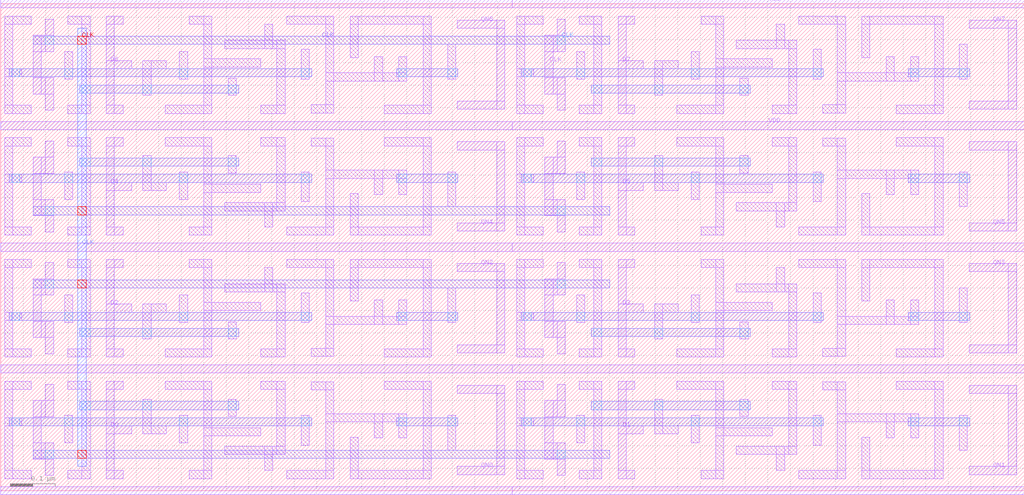
<source format=lef>
VERSION 5.8 ;
BUSBITCHARS "[]" ;
DIVIDERCHAR "/" ;
SITE asap7sc7p5t_R4
  CLASS CORE ;
  SIZE 0.054 BY 1.08 ;
  SYMMETRY Y ;
END asap7sc7p5t_R4

MACRO DFFHQNV4H2Xx2_ASAP7_75t_R
  CLASS CORE ;
  ORIGIN 0.0 0.0 ;
  FOREIGN DFFHQNV4H2Xx2_ASAP7_75t_R 0.0 0.0 ;
  SIZE 2.268 BY 1.08 ;
  SYMMETRY X Y ;
  SITE asap7sc7p5t_R4 ;
    PIN VDD
      USE POWER ;
      DIRECTION INOUT ;
      SHAPE ABUTMENT ;
      PORT
        LAYER M1 ;
          RECT 0.0 0.261 1.134 0.279 ;
          RECT 1.134 0.261 2.268 0.279 ;
          RECT 0.0 0.801 1.134 0.819 ;
          RECT 1.134 0.801 2.268 0.819 ;
      END
    END VDD
    PIN VSS
      USE GROUND ;
      DIRECTION INOUT ;
      SHAPE ABUTMENT ;
      PORT
        LAYER M1 ;
          RECT 0.0 -0.009 1.134 0.009 ;
          RECT 1.134 -0.009 2.268 0.009 ;
          RECT 0.0 0.549 1.134 0.531 ;
          RECT 1.134 0.549 2.268 0.531 ;
          RECT 0.0 1.089 1.134 1.071 ;
          RECT 1.134 1.089 2.268 1.071 ;
      END
    END VSS
    PIN CLK
      USE CLOCK ;
      DIRECTION INPUT ;
      PORT
        LAYER M1 ;
          RECT 0.099 0.164 0.117 0.236 ;
          RECT 0.072 0.07 0.117 0.106 ;
          RECT 0.099 0.034 0.117 0.106 ;
          RECT 0.072 0.164 0.117 0.2 ;
          RECT 0.072 0.07 0.09 0.2 ;
          RECT 1.233 0.164 1.251 0.236 ;
          RECT 1.206 0.07 1.251 0.106 ;
          RECT 1.233 0.034 1.251 0.106 ;
          RECT 1.206 0.164 1.251 0.2 ;
          RECT 1.206 0.07 1.224 0.2 ;
          RECT 0.099 0.376 0.117 0.304 ;
          RECT 0.072 0.47 0.117 0.434 ;
          RECT 0.099 0.506 0.117 0.434 ;
          RECT 0.072 0.376 0.117 0.34 ;
          RECT 0.072 0.47 0.09 0.34 ;
          RECT 1.233 0.376 1.251 0.304 ;
          RECT 1.206 0.47 1.251 0.434 ;
          RECT 1.233 0.506 1.251 0.434 ;
          RECT 1.206 0.376 1.251 0.34 ;
          RECT 1.206 0.47 1.224 0.34 ;
          RECT 0.099 0.704 0.117 0.776 ;
          RECT 0.072 0.61 0.117 0.646 ;
          RECT 0.099 0.574 0.117 0.646 ;
          RECT 0.072 0.704 0.117 0.74 ;
          RECT 0.072 0.61 0.09 0.74 ;
          RECT 1.233 0.704 1.251 0.776 ;
          RECT 1.206 0.61 1.251 0.646 ;
          RECT 1.233 0.574 1.251 0.646 ;
          RECT 1.206 0.704 1.251 0.74 ;
          RECT 1.206 0.61 1.224 0.74 ;
          RECT 0.099 0.916 0.117 0.844 ;
          RECT 0.072 1.01 0.117 0.974 ;
          RECT 0.099 1.046 0.117 0.974 ;
          RECT 0.072 0.916 0.117 0.88 ;
          RECT 0.072 1.01 0.09 0.88 ;
          RECT 1.233 0.916 1.251 0.844 ;
          RECT 1.206 1.01 1.251 0.974 ;
          RECT 1.233 1.046 1.251 0.974 ;
          RECT 1.206 0.916 1.251 0.88 ;
          RECT 1.206 1.01 1.224 0.88 ;
        LAYER M2 ;
          RECT 0.072 0.072 1.35 0.09 ;
          RECT 0.072 0.45 1.35 0.468 ;
          RECT 0.072 0.612 1.35 0.63 ;
          RECT 0.072 0.99 1.35 1.008 ;
        LAYER V1 ;
          RECT 0.099 0.072 0.117 0.09 ;
          RECT 1.233 0.072 1.251 0.09 ;
          RECT 0.099 0.45 0.117 0.468 ;
          RECT 1.233 0.45 1.251 0.468 ;
          RECT 0.099 0.612 0.117 0.63 ;
          RECT 1.233 0.612 1.251 0.63 ;
          RECT 0.099 0.99 0.117 1.008 ;
          RECT 1.233 0.99 1.251 1.008 ;
        LAYER M3 ;
          RECT 0.171 0.054 0.189 1.026 ;
        LAYER V2 ;
          RECT 0.171 0.072 0.189 0.09 ;
          RECT 0.171 0.45 0.189 0.468 ;
          RECT 0.171 0.612 0.189 0.63 ;
          RECT 0.171 0.99 0.189 1.008 ;
      END
    END CLK
    PIN D0
      USE SIGNAL ;
      DIRECTION INPUT ;
      PORT
        LAYER M1 ;
          RECT 0.234 0.126 0.29 0.144 ;
          RECT 0.234 0.225 0.271 0.243 ;
          RECT 0.234 0.027 0.271 0.045 ;
          RECT 0.234 0.027 0.252 0.243 ;
      END
    END D0
    PIN QN0
      USE SIGNAL ;
      DIRECTION OUTPUT ;
      PORT
        LAYER M1 ;
          RECT 1.012 0.216 1.117 0.234 ;
          RECT 1.099 0.036 1.117 0.234 ;
          RECT 1.012 0.036 1.117 0.054 ;
      END
    END QN0
    PIN D1
      USE SIGNAL ;
      DIRECTION INPUT ;
      PORT
        LAYER M1 ;
          RECT 1.368 0.126 1.424 0.144 ;
          RECT 1.368 0.225 1.405 0.243 ;
          RECT 1.368 0.027 1.405 0.045 ;
          RECT 1.368 0.027 1.386 0.243 ;
      END
    END D1
    PIN QN1
      USE SIGNAL ;
      DIRECTION OUTPUT ;
      PORT
        LAYER M1 ;
          RECT 2.146 0.216 2.251 0.234 ;
          RECT 2.233 0.036 2.251 0.234 ;
          RECT 2.146 0.036 2.251 0.054 ;
      END
    END QN1
    PIN D2
      USE SIGNAL ;
      DIRECTION INPUT ;
      PORT
        LAYER M1 ;
          RECT 0.234 0.414 0.29 0.396 ;
          RECT 0.234 0.315 0.271 0.297 ;
          RECT 0.234 0.513 0.271 0.495 ;
          RECT 0.234 0.513 0.252 0.297 ;
      END
    END D2
    PIN QN2
      USE SIGNAL ;
      DIRECTION OUTPUT ;
      PORT
        LAYER M1 ;
          RECT 1.012 0.324 1.117 0.306 ;
          RECT 1.099 0.504 1.117 0.306 ;
          RECT 1.012 0.504 1.117 0.486 ;
      END
    END QN2
    PIN D3
      USE SIGNAL ;
      DIRECTION INPUT ;
      PORT
        LAYER M1 ;
          RECT 1.368 0.414 1.424 0.396 ;
          RECT 1.368 0.315 1.405 0.297 ;
          RECT 1.368 0.513 1.405 0.495 ;
          RECT 1.368 0.513 1.386 0.297 ;
      END
    END D3
    PIN QN3
      USE SIGNAL ;
      DIRECTION OUTPUT ;
      PORT
        LAYER M1 ;
          RECT 2.146 0.324 2.251 0.306 ;
          RECT 2.233 0.504 2.251 0.306 ;
          RECT 2.146 0.504 2.251 0.486 ;
      END
    END QN3
    PIN D4
      USE SIGNAL ;
      DIRECTION INPUT ;
      PORT
        LAYER M1 ;
          RECT 0.234 0.666 0.29 0.684 ;
          RECT 0.234 0.765 0.271 0.783 ;
          RECT 0.234 0.567 0.271 0.585 ;
          RECT 0.234 0.567 0.252 0.783 ;
      END
    END D4
    PIN QN4
      USE SIGNAL ;
      DIRECTION OUTPUT ;
      PORT
        LAYER M1 ;
          RECT 1.012 0.756 1.117 0.774 ;
          RECT 1.099 0.576 1.117 0.774 ;
          RECT 1.012 0.576 1.117 0.594 ;
      END
    END QN4
    PIN D5
      USE SIGNAL ;
      DIRECTION INPUT ;
      PORT
        LAYER M1 ;
          RECT 1.368 0.666 1.424 0.684 ;
          RECT 1.368 0.765 1.405 0.783 ;
          RECT 1.368 0.567 1.405 0.585 ;
          RECT 1.368 0.567 1.386 0.783 ;
      END
    END D5
    PIN QN5
      USE SIGNAL ;
      DIRECTION OUTPUT ;
      PORT
        LAYER M1 ;
          RECT 2.146 0.756 2.251 0.774 ;
          RECT 2.233 0.576 2.251 0.774 ;
          RECT 2.146 0.576 2.251 0.594 ;
      END
    END QN5
    PIN D6
      USE SIGNAL ;
      DIRECTION INPUT ;
      PORT
        LAYER M1 ;
          RECT 0.234 0.954 0.29 0.936 ;
          RECT 0.234 0.855 0.271 0.837 ;
          RECT 0.234 1.053 0.271 1.035 ;
          RECT 0.234 1.053 0.252 0.837 ;
      END
    END D6
    PIN QN6
      USE SIGNAL ;
      DIRECTION OUTPUT ;
      PORT
        LAYER M1 ;
          RECT 1.012 0.864 1.117 0.846 ;
          RECT 1.099 1.044 1.117 0.846 ;
          RECT 1.012 1.044 1.117 1.026 ;
      END
    END QN6
    PIN D7
      USE SIGNAL ;
      DIRECTION INPUT ;
      PORT
        LAYER M1 ;
          RECT 1.368 0.954 1.424 0.936 ;
          RECT 1.368 0.855 1.405 0.837 ;
          RECT 1.368 1.053 1.405 1.035 ;
          RECT 1.368 1.053 1.386 0.837 ;
      END
    END D7
    PIN QN7
      USE SIGNAL ;
      DIRECTION OUTPUT ;
      PORT
        LAYER M1 ;
          RECT 2.146 0.864 2.251 0.846 ;
          RECT 2.233 1.044 2.251 0.846 ;
          RECT 2.146 1.044 2.251 1.026 ;
      END
    END QN7
    OBS
      LAYER M1 ;
        RECT 0.85 0.225 0.954 0.243 ;
        RECT 0.936 0.027 0.954 0.243 ;
        RECT 0.774 0.027 0.792 0.119 ;
        RECT 0.774 0.027 0.954 0.045 ;
        RECT 0.688 0.224 0.738 0.242 ;
        RECT 0.72 0.027 0.738 0.242 ;
        RECT 0.72 0.153 0.9 0.171 ;
        RECT 0.882 0.117 0.9 0.171 ;
        RECT 0.828 0.117 0.846 0.171 ;
        RECT 0.634 0.027 0.738 0.045 ;
        RECT 0.576 0.225 0.63 0.243 ;
        RECT 0.612 0.081 0.63 0.243 ;
        RECT 0.496 0.081 0.63 0.099 ;
        RECT 0.585 0.045 0.603 0.099 ;
        RECT 0.364 0.225 0.468 0.243 ;
        RECT 0.45 0.027 0.468 0.243 ;
        RECT 0.45 0.122 0.576 0.14 ;
        RECT 0.418 0.027 0.468 0.045 ;
        RECT 0.315 0.126 0.333 0.203 ;
        RECT 0.315 0.126 0.367 0.144 ;
        RECT 0.148 0.225 0.198 0.243 ;
        RECT 0.18 0.027 0.198 0.243 ;
        RECT 0.148 0.027 0.198 0.045 ;
        RECT 0.009 0.225 0.068 0.243 ;
        RECT 0.009 0.027 0.027 0.243 ;
        RECT 0.009 0.144 0.047 0.162 ;
        RECT 0.009 0.027 0.068 0.045 ;
        RECT 0.99 0.09 1.008 0.167 ;
        RECT 0.666 0.101 0.684 0.167 ;
        RECT 0.504 0.165 0.522 0.203 ;
        RECT 0.396 0.106 0.414 0.167 ;
        RECT 0.142 0.106 0.16 0.167 ;
        RECT 1.984 0.225 2.088 0.243 ;
        RECT 2.07 0.027 2.088 0.243 ;
        RECT 1.908 0.027 1.926 0.119 ;
        RECT 1.908 0.027 2.088 0.045 ;
        RECT 1.822 0.224 1.872 0.242 ;
        RECT 1.854 0.027 1.872 0.242 ;
        RECT 1.854 0.153 2.034 0.171 ;
        RECT 2.016 0.117 2.034 0.171 ;
        RECT 1.962 0.117 1.98 0.171 ;
        RECT 1.768 0.027 1.872 0.045 ;
        RECT 1.71 0.225 1.764 0.243 ;
        RECT 1.746 0.081 1.764 0.243 ;
        RECT 1.63 0.081 1.764 0.099 ;
        RECT 1.719 0.045 1.737 0.099 ;
        RECT 1.498 0.225 1.602 0.243 ;
        RECT 1.584 0.027 1.602 0.243 ;
        RECT 1.584 0.122 1.71 0.14 ;
        RECT 1.552 0.027 1.602 0.045 ;
        RECT 1.449 0.126 1.467 0.203 ;
        RECT 1.449 0.126 1.501 0.144 ;
        RECT 1.282 0.225 1.332 0.243 ;
        RECT 1.314 0.027 1.332 0.243 ;
        RECT 1.282 0.027 1.332 0.045 ;
        RECT 1.143 0.225 1.202 0.243 ;
        RECT 1.143 0.027 1.161 0.243 ;
        RECT 1.143 0.144 1.181 0.162 ;
        RECT 1.143 0.027 1.202 0.045 ;
        RECT 2.124 0.09 2.142 0.167 ;
        RECT 1.8 0.101 1.818 0.167 ;
        RECT 1.638 0.165 1.656 0.203 ;
        RECT 1.53 0.106 1.548 0.167 ;
        RECT 1.276 0.106 1.294 0.167 ;
        RECT 0.85 0.315 0.954 0.297 ;
        RECT 0.936 0.513 0.954 0.297 ;
        RECT 0.774 0.513 0.792 0.421 ;
        RECT 0.774 0.513 0.954 0.495 ;
        RECT 0.688 0.316 0.738 0.298 ;
        RECT 0.72 0.513 0.738 0.298 ;
        RECT 0.72 0.387 0.9 0.369 ;
        RECT 0.882 0.423 0.9 0.369 ;
        RECT 0.828 0.423 0.846 0.369 ;
        RECT 0.634 0.513 0.738 0.495 ;
        RECT 0.576 0.315 0.63 0.297 ;
        RECT 0.612 0.459 0.63 0.297 ;
        RECT 0.496 0.459 0.63 0.441 ;
        RECT 0.585 0.495 0.603 0.441 ;
        RECT 0.364 0.315 0.468 0.297 ;
        RECT 0.45 0.513 0.468 0.297 ;
        RECT 0.45 0.418 0.576 0.4 ;
        RECT 0.418 0.513 0.468 0.495 ;
        RECT 0.315 0.414 0.333 0.337 ;
        RECT 0.315 0.414 0.367 0.396 ;
        RECT 0.148 0.315 0.198 0.297 ;
        RECT 0.18 0.513 0.198 0.297 ;
        RECT 0.148 0.513 0.198 0.495 ;
        RECT 0.009 0.315 0.068 0.297 ;
        RECT 0.009 0.513 0.027 0.297 ;
        RECT 0.009 0.396 0.047 0.378 ;
        RECT 0.009 0.513 0.068 0.495 ;
        RECT 0.99 0.45 1.008 0.373 ;
        RECT 0.666 0.439 0.684 0.373 ;
        RECT 0.504 0.375 0.522 0.337 ;
        RECT 0.396 0.434 0.414 0.373 ;
        RECT 0.142 0.434 0.16 0.373 ;
        RECT 1.984 0.315 2.088 0.297 ;
        RECT 2.07 0.513 2.088 0.297 ;
        RECT 1.908 0.513 1.926 0.421 ;
        RECT 1.908 0.513 2.088 0.495 ;
        RECT 1.822 0.316 1.872 0.298 ;
        RECT 1.854 0.513 1.872 0.298 ;
        RECT 1.854 0.387 2.034 0.369 ;
        RECT 2.016 0.423 2.034 0.369 ;
        RECT 1.962 0.423 1.98 0.369 ;
        RECT 1.768 0.513 1.872 0.495 ;
        RECT 1.71 0.315 1.764 0.297 ;
        RECT 1.746 0.459 1.764 0.297 ;
        RECT 1.63 0.459 1.764 0.441 ;
        RECT 1.719 0.495 1.737 0.441 ;
        RECT 1.498 0.315 1.602 0.297 ;
        RECT 1.584 0.513 1.602 0.297 ;
        RECT 1.584 0.418 1.71 0.4 ;
        RECT 1.552 0.513 1.602 0.495 ;
        RECT 1.449 0.414 1.467 0.337 ;
        RECT 1.449 0.414 1.501 0.396 ;
        RECT 1.282 0.315 1.332 0.297 ;
        RECT 1.314 0.513 1.332 0.297 ;
        RECT 1.282 0.513 1.332 0.495 ;
        RECT 1.143 0.315 1.202 0.297 ;
        RECT 1.143 0.513 1.161 0.297 ;
        RECT 1.143 0.396 1.181 0.378 ;
        RECT 1.143 0.513 1.202 0.495 ;
        RECT 2.124 0.45 2.142 0.373 ;
        RECT 1.8 0.439 1.818 0.373 ;
        RECT 1.638 0.375 1.656 0.337 ;
        RECT 1.53 0.434 1.548 0.373 ;
        RECT 1.276 0.434 1.294 0.373 ;
        RECT 0.85 0.765 0.954 0.783 ;
        RECT 0.936 0.567 0.954 0.783 ;
        RECT 0.774 0.567 0.792 0.659 ;
        RECT 0.774 0.567 0.954 0.585 ;
        RECT 0.688 0.764 0.738 0.782 ;
        RECT 0.72 0.567 0.738 0.782 ;
        RECT 0.72 0.693 0.9 0.711 ;
        RECT 0.882 0.657 0.9 0.711 ;
        RECT 0.828 0.657 0.846 0.711 ;
        RECT 0.634 0.567 0.738 0.585 ;
        RECT 0.576 0.765 0.63 0.783 ;
        RECT 0.612 0.621 0.63 0.783 ;
        RECT 0.496 0.621 0.63 0.639 ;
        RECT 0.585 0.585 0.603 0.639 ;
        RECT 0.364 0.765 0.468 0.783 ;
        RECT 0.45 0.567 0.468 0.783 ;
        RECT 0.45 0.662 0.576 0.68 ;
        RECT 0.418 0.567 0.468 0.585 ;
        RECT 0.315 0.666 0.333 0.743 ;
        RECT 0.315 0.666 0.367 0.684 ;
        RECT 0.148 0.765 0.198 0.783 ;
        RECT 0.18 0.567 0.198 0.783 ;
        RECT 0.148 0.567 0.198 0.585 ;
        RECT 0.009 0.765 0.068 0.783 ;
        RECT 0.009 0.567 0.027 0.783 ;
        RECT 0.009 0.684 0.047 0.702 ;
        RECT 0.009 0.567 0.068 0.585 ;
        RECT 0.99 0.63 1.008 0.707 ;
        RECT 0.666 0.641 0.684 0.707 ;
        RECT 0.504 0.705 0.522 0.743 ;
        RECT 0.396 0.646 0.414 0.707 ;
        RECT 0.142 0.646 0.16 0.707 ;
        RECT 1.984 0.765 2.088 0.783 ;
        RECT 2.07 0.567 2.088 0.783 ;
        RECT 1.908 0.567 1.926 0.659 ;
        RECT 1.908 0.567 2.088 0.585 ;
        RECT 1.822 0.764 1.872 0.782 ;
        RECT 1.854 0.567 1.872 0.782 ;
        RECT 1.854 0.693 2.034 0.711 ;
        RECT 2.016 0.657 2.034 0.711 ;
        RECT 1.962 0.657 1.98 0.711 ;
        RECT 1.768 0.567 1.872 0.585 ;
        RECT 1.71 0.765 1.764 0.783 ;
        RECT 1.746 0.621 1.764 0.783 ;
        RECT 1.63 0.621 1.764 0.639 ;
        RECT 1.719 0.585 1.737 0.639 ;
        RECT 1.498 0.765 1.602 0.783 ;
        RECT 1.584 0.567 1.602 0.783 ;
        RECT 1.584 0.662 1.71 0.68 ;
        RECT 1.552 0.567 1.602 0.585 ;
        RECT 1.449 0.666 1.467 0.743 ;
        RECT 1.449 0.666 1.501 0.684 ;
        RECT 1.282 0.765 1.332 0.783 ;
        RECT 1.314 0.567 1.332 0.783 ;
        RECT 1.282 0.567 1.332 0.585 ;
        RECT 1.143 0.765 1.202 0.783 ;
        RECT 1.143 0.567 1.161 0.783 ;
        RECT 1.143 0.684 1.181 0.702 ;
        RECT 1.143 0.567 1.202 0.585 ;
        RECT 2.124 0.63 2.142 0.707 ;
        RECT 1.8 0.641 1.818 0.707 ;
        RECT 1.638 0.705 1.656 0.743 ;
        RECT 1.53 0.646 1.548 0.707 ;
        RECT 1.276 0.646 1.294 0.707 ;
        RECT 0.85 0.855 0.954 0.837 ;
        RECT 0.936 1.053 0.954 0.837 ;
        RECT 0.774 1.053 0.792 0.961 ;
        RECT 0.774 1.053 0.954 1.035 ;
        RECT 0.688 0.856 0.738 0.838 ;
        RECT 0.72 1.053 0.738 0.838 ;
        RECT 0.72 0.927 0.9 0.909 ;
        RECT 0.882 0.963 0.9 0.909 ;
        RECT 0.828 0.963 0.846 0.909 ;
        RECT 0.634 1.053 0.738 1.035 ;
        RECT 0.576 0.855 0.63 0.837 ;
        RECT 0.612 0.999 0.63 0.837 ;
        RECT 0.496 0.999 0.63 0.981 ;
        RECT 0.585 1.035 0.603 0.981 ;
        RECT 0.364 0.855 0.468 0.837 ;
        RECT 0.45 1.053 0.468 0.837 ;
        RECT 0.45 0.958 0.576 0.94 ;
        RECT 0.418 1.053 0.468 1.035 ;
        RECT 0.315 0.954 0.333 0.877 ;
        RECT 0.315 0.954 0.367 0.936 ;
        RECT 0.148 0.855 0.198 0.837 ;
        RECT 0.18 1.053 0.198 0.837 ;
        RECT 0.148 1.053 0.198 1.035 ;
        RECT 0.009 0.855 0.068 0.837 ;
        RECT 0.009 1.053 0.027 0.837 ;
        RECT 0.009 0.936 0.047 0.918 ;
        RECT 0.009 1.053 0.068 1.035 ;
        RECT 0.99 0.99 1.008 0.913 ;
        RECT 0.666 0.979 0.684 0.913 ;
        RECT 0.504 0.915 0.522 0.877 ;
        RECT 0.396 0.974 0.414 0.913 ;
        RECT 0.142 0.974 0.16 0.913 ;
        RECT 1.984 0.855 2.088 0.837 ;
        RECT 2.07 1.053 2.088 0.837 ;
        RECT 1.908 1.053 1.926 0.961 ;
        RECT 1.908 1.053 2.088 1.035 ;
        RECT 1.822 0.856 1.872 0.838 ;
        RECT 1.854 1.053 1.872 0.838 ;
        RECT 1.854 0.927 2.034 0.909 ;
        RECT 2.016 0.963 2.034 0.909 ;
        RECT 1.962 0.963 1.98 0.909 ;
        RECT 1.768 1.053 1.872 1.035 ;
        RECT 1.71 0.855 1.764 0.837 ;
        RECT 1.746 0.999 1.764 0.837 ;
        RECT 1.63 0.999 1.764 0.981 ;
        RECT 1.719 1.035 1.737 0.981 ;
        RECT 1.498 0.855 1.602 0.837 ;
        RECT 1.584 1.053 1.602 0.837 ;
        RECT 1.584 0.958 1.71 0.94 ;
        RECT 1.552 1.053 1.602 1.035 ;
        RECT 1.449 0.954 1.467 0.877 ;
        RECT 1.449 0.954 1.501 0.936 ;
        RECT 1.282 0.855 1.332 0.837 ;
        RECT 1.314 1.053 1.332 0.837 ;
        RECT 1.282 1.053 1.332 1.035 ;
        RECT 1.143 0.855 1.202 0.837 ;
        RECT 1.143 1.053 1.161 0.837 ;
        RECT 1.143 0.936 1.181 0.918 ;
        RECT 1.143 1.053 1.202 1.035 ;
        RECT 2.124 0.99 2.142 0.913 ;
        RECT 1.8 0.979 1.818 0.913 ;
        RECT 1.638 0.915 1.656 0.877 ;
        RECT 1.53 0.974 1.548 0.913 ;
        RECT 1.276 0.974 1.294 0.913 ;
      LAYER M2 ;
        RECT 0.877 0.144 1.013 0.162 ;
        RECT 0.019 0.144 0.689 0.162 ;
        RECT 0.175 0.18 0.527 0.198 ;
        RECT 2.011 0.144 2.147 0.162 ;
        RECT 1.153 0.144 1.823 0.162 ;
        RECT 1.309 0.18 1.661 0.198 ;
        RECT 0.877 0.396 1.013 0.378 ;
        RECT 0.019 0.396 0.689 0.378 ;
        RECT 0.175 0.36 0.527 0.342 ;
        RECT 2.011 0.396 2.147 0.378 ;
        RECT 1.153 0.396 1.823 0.378 ;
        RECT 1.309 0.36 1.661 0.342 ;
        RECT 0.877 0.684 1.013 0.702 ;
        RECT 0.019 0.684 0.689 0.702 ;
        RECT 0.175 0.72 0.527 0.738 ;
        RECT 2.011 0.684 2.147 0.702 ;
        RECT 1.153 0.684 1.823 0.702 ;
        RECT 1.309 0.72 1.661 0.738 ;
        RECT 0.877 0.936 1.013 0.918 ;
        RECT 0.019 0.936 0.689 0.918 ;
        RECT 0.175 0.9 0.527 0.882 ;
        RECT 2.011 0.936 2.147 0.918 ;
        RECT 1.153 0.936 1.823 0.918 ;
        RECT 1.309 0.9 1.661 0.882 ;
      LAYER V1 ;
        RECT 0.99 0.144 1.008 0.162 ;
        RECT 0.882 0.144 0.9 0.162 ;
        RECT 0.666 0.144 0.684 0.162 ;
        RECT 0.504 0.18 0.522 0.198 ;
        RECT 0.396 0.144 0.414 0.162 ;
        RECT 0.315 0.18 0.333 0.198 ;
        RECT 0.18 0.18 0.198 0.198 ;
        RECT 0.142 0.144 0.16 0.162 ;
        RECT 0.024 0.144 0.042 0.162 ;
        RECT 2.124 0.144 2.142 0.162 ;
        RECT 2.016 0.144 2.034 0.162 ;
        RECT 1.8 0.144 1.818 0.162 ;
        RECT 1.638 0.18 1.656 0.198 ;
        RECT 1.53 0.144 1.548 0.162 ;
        RECT 1.449 0.18 1.467 0.198 ;
        RECT 1.314 0.18 1.332 0.198 ;
        RECT 1.276 0.144 1.294 0.162 ;
        RECT 1.158 0.144 1.176 0.162 ;
        RECT 0.99 0.396 1.008 0.378 ;
        RECT 0.882 0.396 0.9 0.378 ;
        RECT 0.666 0.396 0.684 0.378 ;
        RECT 0.504 0.36 0.522 0.342 ;
        RECT 0.396 0.396 0.414 0.378 ;
        RECT 0.315 0.36 0.333 0.342 ;
        RECT 0.18 0.36 0.198 0.342 ;
        RECT 0.142 0.396 0.16 0.378 ;
        RECT 0.024 0.396 0.042 0.378 ;
        RECT 2.124 0.396 2.142 0.378 ;
        RECT 2.016 0.396 2.034 0.378 ;
        RECT 1.8 0.396 1.818 0.378 ;
        RECT 1.638 0.36 1.656 0.342 ;
        RECT 1.53 0.396 1.548 0.378 ;
        RECT 1.449 0.36 1.467 0.342 ;
        RECT 1.314 0.36 1.332 0.342 ;
        RECT 1.276 0.396 1.294 0.378 ;
        RECT 1.158 0.396 1.176 0.378 ;
        RECT 0.99 0.684 1.008 0.702 ;
        RECT 0.882 0.684 0.9 0.702 ;
        RECT 0.666 0.684 0.684 0.702 ;
        RECT 0.504 0.72 0.522 0.738 ;
        RECT 0.396 0.684 0.414 0.702 ;
        RECT 0.315 0.72 0.333 0.738 ;
        RECT 0.18 0.72 0.198 0.738 ;
        RECT 0.142 0.684 0.16 0.702 ;
        RECT 0.024 0.684 0.042 0.702 ;
        RECT 2.124 0.684 2.142 0.702 ;
        RECT 2.016 0.684 2.034 0.702 ;
        RECT 1.8 0.684 1.818 0.702 ;
        RECT 1.638 0.72 1.656 0.738 ;
        RECT 1.53 0.684 1.548 0.702 ;
        RECT 1.449 0.72 1.467 0.738 ;
        RECT 1.314 0.72 1.332 0.738 ;
        RECT 1.276 0.684 1.294 0.702 ;
        RECT 1.158 0.684 1.176 0.702 ;
        RECT 0.99 0.936 1.008 0.918 ;
        RECT 0.882 0.936 0.9 0.918 ;
        RECT 0.666 0.936 0.684 0.918 ;
        RECT 0.504 0.9 0.522 0.882 ;
        RECT 0.396 0.936 0.414 0.918 ;
        RECT 0.315 0.9 0.333 0.882 ;
        RECT 0.18 0.9 0.198 0.882 ;
        RECT 0.142 0.936 0.16 0.918 ;
        RECT 0.024 0.936 0.042 0.918 ;
        RECT 2.124 0.936 2.142 0.918 ;
        RECT 2.016 0.936 2.034 0.918 ;
        RECT 1.8 0.936 1.818 0.918 ;
        RECT 1.638 0.9 1.656 0.882 ;
        RECT 1.53 0.936 1.548 0.918 ;
        RECT 1.449 0.9 1.467 0.882 ;
        RECT 1.314 0.9 1.332 0.882 ;
        RECT 1.276 0.936 1.294 0.918 ;
        RECT 1.158 0.936 1.176 0.918 ;
    END
END DFFHQNV4H2Xx2_ASAP7_75t_R

END LIBRARY

</source>
